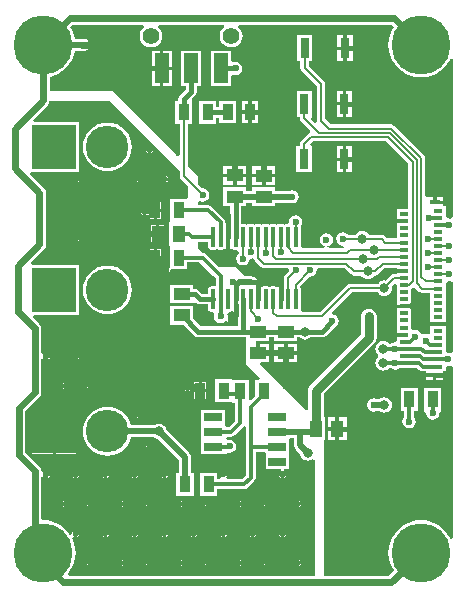
<source format=gtl>
G04 Layer_Physical_Order=1*
G04 Layer_Color=255*
%FSLAX24Y24*%
%MOIN*%
G70*
G01*
G75*
%ADD10R,0.0374X0.0157*%
%ADD11R,0.0315X0.0118*%
%ADD12R,0.0256X0.0118*%
%ADD13R,0.0472X0.0984*%
%ADD14R,0.0374X0.0571*%
%ADD15R,0.0433X0.0571*%
%ADD16R,0.0571X0.0433*%
G04:AMPARAMS|DCode=17|XSize=64.6mil|YSize=16.1mil|CornerRadius=2mil|HoleSize=0mil|Usage=FLASHONLY|Rotation=90.000|XOffset=0mil|YOffset=0mil|HoleType=Round|Shape=RoundedRectangle|*
%AMROUNDEDRECTD17*
21,1,0.0646,0.0121,0,0,90.0*
21,1,0.0605,0.0161,0,0,90.0*
1,1,0.0040,0.0061,0.0303*
1,1,0.0040,0.0061,-0.0303*
1,1,0.0040,-0.0061,-0.0303*
1,1,0.0040,-0.0061,0.0303*
%
%ADD17ROUNDEDRECTD17*%
%ADD18R,0.0600X0.0256*%
%ADD19R,0.0315X0.0669*%
%ADD20O,0.0394X0.0197*%
%ADD21R,0.0354X0.0551*%
%ADD22C,0.0315*%
%ADD23C,0.0118*%
%ADD24C,0.0079*%
%ADD25C,0.0197*%
%ADD26C,0.0157*%
%ADD27C,0.0315*%
%ADD28C,0.0236*%
%ADD29C,0.1417*%
%ADD30R,0.1482X0.1482*%
%ADD31C,0.0551*%
%ADD32C,0.1968*%
%ADD33C,0.0236*%
G36*
X12987Y10633D02*
X13213D01*
Y10515D01*
X12987D01*
Y10479D01*
X12897D01*
X12843Y10468D01*
X12798Y10438D01*
X12612Y10251D01*
X12559Y10258D01*
X12492Y10249D01*
X12430Y10224D01*
X12377Y10183D01*
X12344Y10140D01*
X11417D01*
X11364Y10130D01*
X11318Y10099D01*
X10414Y9196D01*
X9804D01*
X9768Y9274D01*
X9776Y9286D01*
X9785Y9332D01*
Y9938D01*
X9776Y9984D01*
X9749Y10023D01*
X9781Y10094D01*
X10060Y10373D01*
X10079Y10370D01*
X10163Y10387D01*
X10235Y10434D01*
X10283Y10506D01*
X10300Y10591D01*
X10296Y10609D01*
X10346Y10670D01*
X11241D01*
X11456Y10455D01*
X11501Y10425D01*
X11555Y10414D01*
X11793D01*
X11825Y10372D01*
X11879Y10331D01*
X11941Y10305D01*
X12008Y10297D01*
X12075Y10305D01*
X12137Y10331D01*
X12190Y10372D01*
X12223Y10414D01*
X12248D01*
X12301Y10425D01*
X12347Y10455D01*
X12562Y10670D01*
X12987D01*
Y10633D01*
D02*
G37*
G36*
X14840Y10201D02*
Y7862D01*
X14784Y7832D01*
X14761Y7827D01*
X14685Y7842D01*
X14662Y7838D01*
X14602Y7888D01*
Y8252D01*
X14602D01*
Y8409D01*
X14602D01*
Y8724D01*
X14602D01*
Y8744D01*
X14346D01*
X14090D01*
Y8645D01*
X14090D01*
Y8502D01*
X14051Y8468D01*
X14011Y8455D01*
X13937Y8469D01*
X13870Y8456D01*
X13787Y8470D01*
X13739Y8542D01*
X13667Y8590D01*
X13583Y8607D01*
X13519Y8594D01*
X13509Y8595D01*
X13461Y8625D01*
X13440Y8645D01*
Y9236D01*
Y9334D01*
X13213D01*
X12987D01*
Y9000D01*
Y8527D01*
Y8507D01*
X13213D01*
Y8389D01*
X12987D01*
Y8244D01*
X12926Y8194D01*
X12913Y8197D01*
X12829Y8180D01*
X12764Y8137D01*
X12719D01*
X12702Y8159D01*
X12649Y8200D01*
X12586Y8225D01*
X12520Y8234D01*
X12453Y8225D01*
X12391Y8200D01*
X12337Y8159D01*
X12296Y8105D01*
X12270Y8043D01*
X12262Y7976D01*
X12270Y7909D01*
X12296Y7847D01*
X12337Y7793D01*
X12342Y7789D01*
Y7690D01*
X12337Y7686D01*
X12296Y7633D01*
X12270Y7570D01*
X12262Y7504D01*
X12270Y7437D01*
X12296Y7374D01*
X12337Y7321D01*
X12391Y7280D01*
X12453Y7254D01*
X12520Y7245D01*
X12586Y7254D01*
X12649Y7280D01*
X12702Y7321D01*
X12719Y7343D01*
X12780D01*
X12845Y7300D01*
X12930Y7283D01*
X13014Y7300D01*
X13079Y7343D01*
X13658D01*
X13729Y7272D01*
X13729Y7272D01*
X13781Y7237D01*
X13843Y7225D01*
X13952D01*
Y7169D01*
X14237D01*
X14523D01*
Y7228D01*
X14602D01*
Y7355D01*
X14662Y7405D01*
X14685Y7401D01*
X14761Y7416D01*
X14784Y7412D01*
X14840Y7381D01*
Y1655D01*
X14761Y1640D01*
X14747Y1674D01*
X14658Y1819D01*
X14547Y1949D01*
X14418Y2060D01*
X14273Y2149D01*
X14115Y2214D01*
X13949Y2254D01*
X13780Y2267D01*
X13610Y2254D01*
X13444Y2214D01*
X13286Y2149D01*
X13141Y2060D01*
X13012Y1949D01*
X12901Y1819D01*
X12812Y1674D01*
X12747Y1517D01*
X12707Y1351D01*
X12694Y1181D01*
X12707Y1011D01*
X12747Y846D01*
X12812Y688D01*
X12874Y587D01*
X12704Y418D01*
X10551D01*
Y4922D01*
X10592D01*
Y5690D01*
X10535D01*
Y6470D01*
X12230Y8164D01*
X12271Y8217D01*
X12297Y8280D01*
X12305Y8346D01*
Y9055D01*
X12297Y9122D01*
X12271Y9184D01*
X12230Y9238D01*
X12176Y9279D01*
X12114Y9304D01*
X12047Y9313D01*
X11980Y9304D01*
X11918Y9279D01*
X11865Y9238D01*
X11824Y9184D01*
X11798Y9122D01*
X11789Y9055D01*
Y8453D01*
X10095Y6759D01*
X10054Y6706D01*
X10028Y6643D01*
X10019Y6576D01*
Y5950D01*
X9946Y5920D01*
X8419Y7447D01*
X8449Y7520D01*
X8730D01*
Y7776D01*
X8346D01*
Y7835D01*
X8287D01*
Y8150D01*
X8268D01*
Y8228D01*
X8730D01*
Y8363D01*
X8891D01*
Y8228D01*
X9659D01*
Y8363D01*
X9737D01*
X9739Y8361D01*
X9792Y8320D01*
X9854Y8294D01*
X9921Y8285D01*
X9988Y8294D01*
X10050Y8320D01*
X10104Y8361D01*
X10105Y8363D01*
X10472D01*
X10542Y8376D01*
X10600Y8416D01*
X10870Y8685D01*
X10911Y8694D01*
X10983Y8742D01*
X11031Y8813D01*
X11048Y8898D01*
X11031Y8982D01*
X10983Y9054D01*
X10911Y9102D01*
X10843Y9115D01*
X10818Y9161D01*
X10812Y9196D01*
X11476Y9860D01*
X12344D01*
X12377Y9817D01*
X12430Y9776D01*
X12492Y9751D01*
X12559Y9742D01*
X12626Y9751D01*
X12688Y9776D01*
X12742Y9817D01*
X12783Y9871D01*
X12808Y9933D01*
X12817Y10000D01*
X12810Y10053D01*
X12908Y10151D01*
X12987Y10118D01*
Y9944D01*
Y9472D01*
Y9452D01*
X13213D01*
X13440D01*
Y9708D01*
Y9953D01*
X13506Y10013D01*
X13587Y10010D01*
X13712Y9885D01*
X13758Y9854D01*
X13812Y9843D01*
X14090D01*
Y9669D01*
X14090D01*
Y9354D01*
X14090D01*
Y9196D01*
X14090D01*
Y8881D01*
Y8862D01*
X14346D01*
X14602D01*
Y9118D01*
X14602D01*
Y9433D01*
X14602D01*
Y9590D01*
X14602D01*
Y9826D01*
Y10141D01*
X14638Y10205D01*
X14680Y10240D01*
X14701Y10236D01*
X14761Y10248D01*
X14840Y10201D01*
D02*
G37*
G36*
X5739Y13907D02*
Y13727D01*
X5749Y13673D01*
X5780Y13628D01*
X6024Y13384D01*
Y13049D01*
X5994Y12982D01*
X5423D01*
Y12215D01*
X5394Y12203D01*
Y11435D01*
X5394D01*
X5423Y11401D01*
Y10703D01*
X5423Y10682D01*
X5402Y10667D01*
X5365Y10654D01*
D01*
X5364Y10654D01*
Y10654D01*
X5326Y10662D01*
Y10551D01*
Y10443D01*
X5361Y10466D01*
X5387Y10505D01*
X5388Y10513D01*
X5410Y10586D01*
Y10586D01*
X5410Y10586D01*
X5410Y10586D01*
X5448Y10630D01*
X5454Y10633D01*
X5478Y10633D01*
Y10633D01*
X5482Y10633D01*
X5994D01*
Y10856D01*
X6388D01*
X6850Y10394D01*
X6899D01*
X6943Y10350D01*
Y10082D01*
X6914Y10059D01*
X6793D01*
X6747Y10049D01*
X6707Y10023D01*
X6681Y9984D01*
X6672Y9938D01*
Y9816D01*
X6480D01*
X6365Y9931D01*
X6306Y9970D01*
X6237Y9984D01*
X6193D01*
Y10118D01*
X5425D01*
Y9488D01*
X6193D01*
Y9489D01*
X6266Y9519D01*
X6277Y9507D01*
X6336Y9468D01*
X6405Y9454D01*
X6672D01*
Y9332D01*
X6681Y9286D01*
X6707Y9247D01*
X6747Y9221D01*
X6793Y9211D01*
X6853D01*
X6897Y9144D01*
X6898Y9133D01*
X6883Y9055D01*
X6899Y8971D01*
X6947Y8899D01*
X7019Y8851D01*
X7103Y8834D01*
X7188Y8851D01*
X7249Y8892D01*
X7279Y8892D01*
X7296Y8889D01*
X7339Y8877D01*
X7356Y8852D01*
X7391Y8828D01*
Y8937D01*
Y9050D01*
X7342Y9077D01*
X7327Y9144D01*
X7378Y9211D01*
X7414D01*
X7460Y9221D01*
X7491Y9241D01*
X7673Y9059D01*
Y8724D01*
X6435D01*
X6193Y8966D01*
Y9409D01*
X5425D01*
Y8780D01*
X5869D01*
X6232Y8416D01*
X6291Y8376D01*
X6360Y8363D01*
X7953D01*
Y7480D01*
X8420Y7013D01*
X8390Y6940D01*
X8257D01*
Y6397D01*
X8113Y6253D01*
X8040Y6284D01*
Y6940D01*
X7490D01*
Y6959D01*
X6919D01*
Y6191D01*
X7469D01*
Y6172D01*
X7594D01*
Y5572D01*
X7396Y5374D01*
X7315D01*
X7262Y5427D01*
X7262Y5484D01*
X7262Y5516D01*
Y5937D01*
X6465D01*
Y5516D01*
X6465Y5437D01*
X6465Y5406D01*
Y5016D01*
X6465Y4937D01*
X6465Y4906D01*
Y4484D01*
X7262D01*
X7262Y4484D01*
X7341Y4516D01*
X7402Y4504D01*
X7486Y4520D01*
X7558Y4568D01*
X7606Y4640D01*
X7622Y4724D01*
X7606Y4809D01*
X7558Y4881D01*
X7486Y4928D01*
X7402Y4945D01*
X7341Y4933D01*
X7339Y4933D01*
X7285Y5003D01*
X7288Y5012D01*
X7327Y5050D01*
X7460D01*
X7460Y5050D01*
X7521Y5062D01*
X7573Y5097D01*
X7868Y5392D01*
X7868Y5392D01*
X7871Y5396D01*
X7950Y5372D01*
Y4724D01*
X7950Y4724D01*
X7950Y4724D01*
Y3749D01*
X7826Y3625D01*
X7302D01*
X7278Y3704D01*
X7284Y3708D01*
X7307Y3743D01*
X7090D01*
X7113Y3708D01*
X7119Y3704D01*
X7095Y3625D01*
X6987D01*
Y3848D01*
X6416D01*
Y3081D01*
X6987D01*
Y3304D01*
X7893D01*
X7893Y3304D01*
X7954Y3316D01*
X8006Y3351D01*
X8224Y3569D01*
X8224Y3569D01*
X8259Y3621D01*
X8271Y3682D01*
X8271Y3682D01*
Y4550D01*
X8545D01*
X8601Y4494D01*
X8601Y4437D01*
X8601Y4406D01*
Y3984D01*
X9120D01*
X9128Y3906D01*
X9121Y3904D01*
X9082Y3878D01*
X9058Y3843D01*
X9276D01*
X9252Y3878D01*
X9213Y3904D01*
X9206Y3906D01*
X9214Y3984D01*
X9398D01*
Y4406D01*
X9398Y4484D01*
X9398Y4516D01*
Y4937D01*
X9398Y4937D01*
X9412Y5010D01*
X9563D01*
Y4753D01*
X9578Y4676D01*
X9622Y4611D01*
X9756Y4477D01*
X9761Y4439D01*
X9787Y4377D01*
X9828Y4324D01*
X9882Y4283D01*
X9944Y4257D01*
X10011Y4248D01*
X10077Y4257D01*
X10140Y4283D01*
X10156Y4295D01*
X10235Y4256D01*
Y418D01*
X2047D01*
X2014Y489D01*
X2060Y543D01*
X2149Y688D01*
X2214Y846D01*
X2254Y1011D01*
X2267Y1181D01*
X2254Y1351D01*
X2214Y1517D01*
X2149Y1674D01*
X2208Y1729D01*
X2227Y1716D01*
Y1824D01*
Y1933D01*
X2192Y1910D01*
X2166Y1870D01*
X2157Y1824D01*
X2160Y1806D01*
X2086Y1777D01*
X2060Y1819D01*
X1949Y1949D01*
X1819Y2060D01*
X1674Y2149D01*
X1517Y2214D01*
X1351Y2254D01*
X1181Y2267D01*
X1126Y2318D01*
Y3688D01*
X1205Y3712D01*
X1208Y3708D01*
X1243Y3684D01*
Y3793D01*
Y3902D01*
X1208Y3878D01*
X1205Y3874D01*
X1126Y3898D01*
Y3916D01*
X1109Y4001D01*
X1062Y4073D01*
X598Y4536D01*
Y5916D01*
X1062Y6379D01*
X1109Y6451D01*
X1126Y6535D01*
Y7625D01*
X1205Y7649D01*
X1208Y7645D01*
X1243Y7621D01*
Y7730D01*
Y7839D01*
X1208Y7815D01*
X1205Y7811D01*
X1126Y7835D01*
Y8654D01*
X1109Y8739D01*
X1062Y8810D01*
X843Y9029D01*
X873Y9102D01*
X2396D01*
Y10781D01*
X811D01*
X778Y10860D01*
X1219Y11301D01*
X1267Y11372D01*
X1284Y11457D01*
Y13179D01*
X1267Y13263D01*
X1219Y13335D01*
X766Y13788D01*
X799Y13867D01*
X2396D01*
Y15546D01*
X882D01*
X852Y15619D01*
X1337Y16104D01*
X1385Y16175D01*
X1394Y16220D01*
X3425D01*
X5739Y13907D01*
D02*
G37*
G36*
X12874Y18704D02*
X12812Y18603D01*
X12747Y18446D01*
X12707Y18280D01*
X12694Y18110D01*
X12707Y17940D01*
X12747Y17775D01*
X12812Y17617D01*
X12901Y17472D01*
X13012Y17342D01*
X13141Y17232D01*
X13286Y17143D01*
X13444Y17077D01*
X13610Y17038D01*
X13780Y17024D01*
X13949Y17038D01*
X14115Y17077D01*
X14273Y17143D01*
X14418Y17232D01*
X14547Y17342D01*
X14658Y17472D01*
X14747Y17617D01*
X14761Y17652D01*
X14840Y17636D01*
Y12365D01*
X14761Y12319D01*
X14701Y12331D01*
X14680Y12326D01*
X14602Y12391D01*
Y12740D01*
X14523D01*
Y12799D01*
X14237D01*
Y12858D01*
X14178D01*
Y13035D01*
X13952D01*
X13920Y13101D01*
Y14327D01*
X13909Y14381D01*
X13879Y14426D01*
X12891Y15414D01*
X12845Y15445D01*
X12791Y15455D01*
X10767D01*
X10593Y15629D01*
Y16791D01*
X10583Y16845D01*
X10552Y16891D01*
X10046Y17397D01*
Y17559D01*
X10162D01*
Y18425D01*
X9650D01*
Y17559D01*
X9765D01*
Y17338D01*
X9776Y17285D01*
X9806Y17239D01*
X10312Y16733D01*
Y15571D01*
X10318Y15544D01*
X10245Y15505D01*
X10109Y15641D01*
X10139Y15713D01*
X10147D01*
Y16579D01*
X9635D01*
Y15713D01*
X9751D01*
Y15660D01*
X9762Y15606D01*
X9792Y15560D01*
X10097Y15256D01*
X10071Y15170D01*
X10064Y15169D01*
X10019Y15139D01*
X9789Y14909D01*
X9759Y14864D01*
X9748Y14810D01*
Y14724D01*
X9633D01*
Y13858D01*
X10145D01*
Y14724D01*
X10113D01*
X10081Y14803D01*
X10176Y14899D01*
X12619D01*
X13363Y14154D01*
Y12622D01*
X12987D01*
Y12307D01*
Y12287D01*
X13213D01*
Y12169D01*
X12987D01*
Y12070D01*
Y11660D01*
X12650D01*
X12573Y11737D01*
X12528Y11767D01*
X12474Y11778D01*
X12042D01*
X12010Y11820D01*
X11957Y11861D01*
X11894Y11887D01*
X11828Y11896D01*
X11761Y11887D01*
X11699Y11861D01*
X11645Y11820D01*
X11613Y11778D01*
X11348D01*
X11337Y11794D01*
X11266Y11841D01*
X11181Y11858D01*
X11097Y11841D01*
X11025Y11794D01*
X10977Y11722D01*
X10960Y11637D01*
X10977Y11553D01*
X11025Y11481D01*
X11097Y11433D01*
X11181Y11417D01*
X11222Y11344D01*
X11206Y11322D01*
X10735D01*
X10669Y11353D01*
X10665Y11400D01*
X10671Y11401D01*
X10714Y11410D01*
X10786Y11458D01*
X10834Y11530D01*
X10851Y11614D01*
X10834Y11699D01*
X10786Y11770D01*
X10714Y11818D01*
X10630Y11835D01*
X10545Y11818D01*
X10474Y11770D01*
X10426Y11699D01*
X10409Y11614D01*
X10426Y11530D01*
X10474Y11458D01*
X10545Y11410D01*
X10589Y11401D01*
X10595Y11400D01*
X10590Y11353D01*
X10525Y11322D01*
X9842D01*
X9833Y11327D01*
X9783Y11400D01*
X9785Y11407D01*
Y12013D01*
X9776Y12059D01*
X9771Y12066D01*
X9807Y12120D01*
X9824Y12205D01*
X9807Y12289D01*
X9759Y12361D01*
X9688Y12409D01*
X9603Y12426D01*
X9519Y12409D01*
X9447Y12361D01*
X9399Y12289D01*
X9383Y12205D01*
X9385Y12194D01*
X9335Y12133D01*
X9293D01*
X9247Y12124D01*
X9228Y12112D01*
X9210Y12124D01*
X9164Y12133D01*
X9043D01*
X8997Y12124D01*
X8978Y12112D01*
X8960Y12124D01*
X8914Y12133D01*
X8793D01*
X8747Y12124D01*
X8728Y12112D01*
X8710Y12124D01*
X8664Y12133D01*
X8543D01*
X8497Y12124D01*
X8478Y12112D01*
X8460Y12124D01*
X8414Y12133D01*
X8293D01*
X8247Y12124D01*
X8228Y12112D01*
X8210Y12124D01*
X8164Y12133D01*
X8043D01*
X7997Y12124D01*
X7978Y12112D01*
X7960Y12124D01*
X7914Y12133D01*
X7793D01*
X7784Y12141D01*
Y12732D01*
X7962D01*
Y12846D01*
X8157D01*
Y12727D01*
X8925D01*
Y12841D01*
X9394D01*
X9399Y12838D01*
X9483Y12821D01*
X9568Y12838D01*
X9639Y12886D01*
X9687Y12958D01*
X9704Y13042D01*
X9687Y13127D01*
X9639Y13198D01*
X9568Y13246D01*
X9483Y13263D01*
X9399Y13246D01*
X9394Y13243D01*
X8925D01*
Y13357D01*
X8157D01*
Y13248D01*
X7962D01*
Y13362D01*
X7195D01*
Y12732D01*
X7423D01*
Y12141D01*
X7414Y12133D01*
X7412D01*
Y11710D01*
Y11286D01*
X7414D01*
X7460Y11295D01*
X7478Y11308D01*
X7497Y11295D01*
X7543Y11286D01*
X7664D01*
X7713Y11216D01*
Y11140D01*
X7697Y11130D01*
X7649Y11058D01*
X7633Y10973D01*
X7649Y10889D01*
X7697Y10817D01*
X7769Y10769D01*
X7853Y10753D01*
X7938Y10769D01*
X8009Y10817D01*
X8057Y10889D01*
X8074Y10973D01*
X8098Y10977D01*
X8103Y10976D01*
X8188Y10993D01*
X8242Y10935D01*
X8254Y10917D01*
X8460Y10711D01*
X8506Y10681D01*
X8559Y10670D01*
X9339D01*
X9389Y10609D01*
X9385Y10591D01*
X9389Y10572D01*
X9254Y10437D01*
X9224Y10391D01*
X9213Y10338D01*
Y10129D01*
X9164Y10059D01*
X9162D01*
Y9635D01*
X9044D01*
Y10059D01*
X9043D01*
X8997Y10049D01*
X8978Y10037D01*
X8960Y10049D01*
X8914Y10059D01*
X8793D01*
X8747Y10049D01*
X8728Y10037D01*
X8710Y10049D01*
X8664Y10059D01*
X8543D01*
X8497Y10049D01*
X8478Y10037D01*
X8460Y10049D01*
X8414Y10059D01*
X8369D01*
X8350Y10081D01*
X8319Y10137D01*
X8331Y10197D01*
X8315Y10274D01*
X8272Y10339D01*
X8207Y10382D01*
X8130Y10398D01*
X7933D01*
X7922Y10395D01*
X7912Y10398D01*
X7910D01*
X7598Y10709D01*
X7038D01*
X6616Y11130D01*
X6564Y11165D01*
X6503Y11177D01*
X6503Y11177D01*
X6500D01*
X6339Y11339D01*
Y11549D01*
X6672D01*
Y11407D01*
X6681Y11361D01*
X6707Y11322D01*
X6747Y11295D01*
X6793Y11286D01*
X6914D01*
X6960Y11295D01*
X6978Y11308D01*
X6997Y11295D01*
X7043Y11286D01*
X7164D01*
X7210Y11295D01*
X7228Y11308D01*
X7247Y11295D01*
X7293Y11286D01*
X7294D01*
Y11710D01*
Y12156D01*
X7273Y12178D01*
X7260Y12207D01*
X7252Y12249D01*
X7217Y12302D01*
X7217Y12302D01*
X6806Y12712D01*
X6754Y12747D01*
X6693Y12759D01*
X6693Y12759D01*
X6339D01*
Y12858D01*
X6417Y12900D01*
X6418Y12899D01*
X6503Y12883D01*
X6587Y12899D01*
X6659Y12947D01*
X6707Y13019D01*
X6724Y13103D01*
X6707Y13188D01*
X6659Y13259D01*
X6587Y13307D01*
X6503Y13324D01*
X6485Y13320D01*
X6339Y13466D01*
Y13740D01*
X6020Y14059D01*
Y15472D01*
X6165D01*
Y16240D01*
X6165D01*
X6135Y16312D01*
X6247Y16424D01*
X6286Y16483D01*
X6300Y16552D01*
Y16732D01*
X6454D01*
Y17913D01*
X5784D01*
Y16732D01*
X5938D01*
Y16627D01*
X5751Y16440D01*
X5712Y16381D01*
X5699Y16312D01*
Y16240D01*
X5594D01*
Y15472D01*
X5739D01*
Y14443D01*
X5666Y14413D01*
X3504Y16575D01*
X1402D01*
Y17050D01*
X1517Y17077D01*
X1674Y17143D01*
X1819Y17232D01*
X1949Y17342D01*
X2060Y17472D01*
X2149Y17617D01*
X2214Y17775D01*
X2246Y17910D01*
X2370D01*
X2380Y17912D01*
X2391Y17910D01*
X2588D01*
X2665Y17925D01*
X2730Y17968D01*
X2773Y18033D01*
X2788Y18110D01*
X2773Y18187D01*
X2730Y18252D01*
X2665Y18296D01*
X2588Y18311D01*
X2391D01*
X2380Y18309D01*
X2370Y18311D01*
X2246D01*
X2214Y18446D01*
X2149Y18603D01*
X2087Y18704D01*
X2162Y18779D01*
X4523D01*
X4550Y18700D01*
X4514Y18672D01*
X4454Y18594D01*
X4416Y18503D01*
X4403Y18406D01*
X4416Y18308D01*
X4454Y18217D01*
X4514Y18139D01*
X4592Y18079D01*
X4683Y18041D01*
X4780Y18028D01*
X4878Y18041D01*
X4969Y18079D01*
X5047Y18139D01*
X5107Y18217D01*
X5145Y18308D01*
X5158Y18406D01*
X5145Y18503D01*
X5107Y18594D01*
X5047Y18672D01*
X5011Y18700D01*
X5038Y18779D01*
X7200D01*
X7227Y18700D01*
X7191Y18672D01*
X7131Y18594D01*
X7093Y18503D01*
X7080Y18406D01*
X7093Y18308D01*
X7131Y18217D01*
X7191Y18139D01*
X7269Y18079D01*
X7360Y18041D01*
X7457Y18028D01*
X7555Y18041D01*
X7646Y18079D01*
X7724Y18139D01*
X7784Y18217D01*
X7822Y18308D01*
X7835Y18406D01*
X7822Y18503D01*
X7784Y18594D01*
X7724Y18672D01*
X7688Y18700D01*
X7715Y18779D01*
X12799D01*
X12874Y18704D01*
D02*
G37*
%LPC*%
G36*
X12559Y6360D02*
X12492Y6352D01*
X12430Y6326D01*
X12400Y6303D01*
X12294D01*
X12289Y6306D01*
X12205Y6323D01*
X12120Y6306D01*
X12049Y6258D01*
X12001Y6187D01*
X11984Y6102D01*
X12001Y6018D01*
X12049Y5946D01*
X12120Y5898D01*
X12205Y5882D01*
X12289Y5898D01*
X12294Y5902D01*
X12400D01*
X12430Y5879D01*
X12492Y5853D01*
X12559Y5844D01*
X12626Y5853D01*
X12688Y5879D01*
X12742Y5920D01*
X12783Y5973D01*
X12808Y6036D01*
X12817Y6102D01*
X12808Y6169D01*
X12783Y6231D01*
X12742Y6285D01*
X12688Y6326D01*
X12626Y6352D01*
X12559Y6360D01*
D02*
G37*
G36*
X14459Y6683D02*
X13888D01*
Y5915D01*
X13890D01*
X13954Y5837D01*
X13952Y5827D01*
X13969Y5742D01*
X14017Y5671D01*
X14089Y5623D01*
X14173Y5606D01*
X14258Y5623D01*
X14329Y5671D01*
X14377Y5742D01*
X14394Y5827D01*
X14392Y5837D01*
X14457Y5915D01*
X14459D01*
Y6683D01*
D02*
G37*
G36*
X13671D02*
X13100D01*
Y5915D01*
X13225D01*
Y5701D01*
X13182Y5636D01*
X13165Y5551D01*
X13182Y5467D01*
X13230Y5395D01*
X13301Y5347D01*
X13386Y5330D01*
X13470Y5347D01*
X13542Y5395D01*
X13590Y5467D01*
X13607Y5551D01*
X13590Y5636D01*
X13546Y5701D01*
Y5915D01*
X13671D01*
Y6683D01*
D02*
G37*
G36*
X10927Y5690D02*
X10671D01*
Y5365D01*
X10927D01*
Y5690D01*
D02*
G37*
G36*
X11301D02*
X11045D01*
Y5365D01*
X11301D01*
Y5690D01*
D02*
G37*
G36*
X10927Y5247D02*
X10671D01*
Y4922D01*
X10927D01*
Y5247D01*
D02*
G37*
G36*
X11301D02*
X11045D01*
Y4922D01*
X11301D01*
Y5247D01*
D02*
G37*
G36*
X8730Y8150D02*
X8406D01*
Y7894D01*
X8730D01*
Y8150D01*
D02*
G37*
G36*
X9216D02*
X8891D01*
Y7894D01*
X9216D01*
Y8150D01*
D02*
G37*
G36*
X9659D02*
X9334D01*
Y7894D01*
X9659D01*
Y8150D01*
D02*
G37*
G36*
X14178Y7051D02*
X13952D01*
Y6933D01*
X14178D01*
Y7051D01*
D02*
G37*
G36*
X14523D02*
X14296D01*
Y6933D01*
X14523D01*
Y7051D01*
D02*
G37*
G36*
X9216Y7776D02*
X8891D01*
Y7520D01*
X9216D01*
Y7776D01*
D02*
G37*
G36*
X9659D02*
X9334D01*
Y7520D01*
X9659D01*
Y7776D01*
D02*
G37*
G36*
X2719Y2917D02*
X2684Y2894D01*
X2661Y2859D01*
X2719D01*
Y2917D01*
D02*
G37*
G36*
X3704D02*
X3668Y2894D01*
X3645Y2859D01*
X3704D01*
Y2917D01*
D02*
G37*
G36*
X2819D02*
Y2859D01*
X2878D01*
X2854Y2894D01*
X2819Y2917D01*
D02*
G37*
G36*
X9768Y2759D02*
X9709D01*
Y2700D01*
X9744Y2723D01*
X9768Y2759D01*
D02*
G37*
G36*
X9609D02*
X9550D01*
X9574Y2723D01*
X9609Y2700D01*
Y2759D01*
D02*
G37*
G36*
X1835Y2917D02*
Y2859D01*
X1894D01*
X1870Y2894D01*
X1835Y2917D01*
D02*
G37*
G36*
X1735D02*
X1700Y2894D01*
X1676Y2859D01*
X1735D01*
Y2917D01*
D02*
G37*
G36*
X4788D02*
Y2859D01*
X4846D01*
X4823Y2894D01*
X4788Y2917D01*
D02*
G37*
G36*
X5672D02*
X5637Y2894D01*
X5613Y2859D01*
X5672D01*
Y2917D01*
D02*
G37*
G36*
X5772D02*
Y2859D01*
X5831D01*
X5807Y2894D01*
X5772Y2917D01*
D02*
G37*
G36*
X4688D02*
X4653Y2894D01*
X4629Y2859D01*
X4688D01*
Y2917D01*
D02*
G37*
G36*
X6756D02*
Y2859D01*
X6815D01*
X6791Y2894D01*
X6756Y2917D01*
D02*
G37*
G36*
X6656D02*
X6621Y2894D01*
X6598Y2859D01*
X6656D01*
Y2917D01*
D02*
G37*
G36*
X3804D02*
Y2859D01*
X3862D01*
X3839Y2894D01*
X3804Y2917D01*
D02*
G37*
G36*
X4688Y2759D02*
X4629D01*
X4653Y2723D01*
X4688Y2700D01*
Y2759D01*
D02*
G37*
G36*
X4846D02*
X4788D01*
Y2700D01*
X4823Y2723D01*
X4846Y2759D01*
D02*
G37*
G36*
X5672D02*
X5613D01*
X5637Y2723D01*
X5672Y2700D01*
Y2759D01*
D02*
G37*
G36*
X3862D02*
X3804D01*
Y2700D01*
X3839Y2723D01*
X3862Y2759D01*
D02*
G37*
G36*
X2719D02*
X2661D01*
X2684Y2723D01*
X2719Y2700D01*
Y2759D01*
D02*
G37*
G36*
X2878D02*
X2819D01*
Y2700D01*
X2854Y2723D01*
X2878Y2759D01*
D02*
G37*
G36*
X3704D02*
X3645D01*
X3668Y2723D01*
X3704Y2700D01*
Y2759D01*
D02*
G37*
G36*
X7799D02*
X7741D01*
Y2700D01*
X7776Y2723D01*
X7799Y2759D01*
D02*
G37*
G36*
X8625D02*
X8566D01*
X8590Y2723D01*
X8625Y2700D01*
Y2759D01*
D02*
G37*
G36*
X8783D02*
X8725D01*
Y2700D01*
X8760Y2723D01*
X8783Y2759D01*
D02*
G37*
G36*
X7641D02*
X7582D01*
X7605Y2723D01*
X7641Y2700D01*
Y2759D01*
D02*
G37*
G36*
X5831D02*
X5772D01*
Y2700D01*
X5807Y2723D01*
X5831Y2759D01*
D02*
G37*
G36*
X6656D02*
X6598D01*
X6621Y2723D01*
X6656Y2700D01*
Y2759D01*
D02*
G37*
G36*
X6815D02*
X6756D01*
Y2700D01*
X6791Y2723D01*
X6815Y2759D01*
D02*
G37*
G36*
X7641Y2917D02*
X7605Y2894D01*
X7582Y2859D01*
X7641D01*
Y2917D01*
D02*
G37*
G36*
X3211Y3902D02*
X3176Y3878D01*
X3153Y3843D01*
X3211D01*
Y3902D01*
D02*
G37*
G36*
X3311D02*
Y3843D01*
X3370D01*
X3347Y3878D01*
X3311Y3902D01*
D02*
G37*
G36*
X4196D02*
X4161Y3878D01*
X4137Y3843D01*
X4196D01*
Y3902D01*
D02*
G37*
G36*
X2327D02*
Y3843D01*
X2386D01*
X2362Y3878D01*
X2327Y3902D01*
D02*
G37*
G36*
X9276Y3743D02*
X9217D01*
Y3684D01*
X9252Y3708D01*
X9276Y3743D01*
D02*
G37*
G36*
X1343Y3902D02*
Y3843D01*
X1402D01*
X1378Y3878D01*
X1343Y3902D01*
D02*
G37*
G36*
X2227D02*
X2192Y3878D01*
X2169Y3843D01*
X2227D01*
Y3902D01*
D02*
G37*
G36*
X4296D02*
Y3843D01*
X4354D01*
X4331Y3878D01*
X4296Y3902D01*
D02*
G37*
G36*
X6814Y4161D02*
X6564D01*
Y4083D01*
X6814D01*
Y4161D01*
D02*
G37*
G36*
X7164Y4339D02*
X6914D01*
Y4211D01*
Y4083D01*
X7164D01*
Y4119D01*
X7243Y4143D01*
X7254Y4125D01*
X7289Y4102D01*
Y4211D01*
Y4319D01*
X7254Y4296D01*
X7243Y4278D01*
X7164Y4302D01*
Y4339D01*
D02*
G37*
G36*
X7448Y4161D02*
X7389D01*
Y4102D01*
X7425Y4125D01*
X7448Y4161D01*
D02*
G37*
G36*
X7248Y3902D02*
Y3843D01*
X7307D01*
X7284Y3878D01*
X7248Y3902D01*
D02*
G37*
G36*
X5180D02*
X5145Y3878D01*
X5121Y3843D01*
X5180D01*
Y3902D01*
D02*
G37*
G36*
X5280D02*
Y3843D01*
X5339D01*
X5315Y3878D01*
X5280Y3902D01*
D02*
G37*
G36*
X7148D02*
X7113Y3878D01*
X7090Y3843D01*
X7148D01*
Y3902D01*
D02*
G37*
G36*
X9117Y3743D02*
X9058D01*
X9082Y3708D01*
X9117Y3684D01*
Y3743D01*
D02*
G37*
G36*
X9709Y2917D02*
Y2859D01*
X9768D01*
X9744Y2894D01*
X9709Y2917D01*
D02*
G37*
G36*
X3328Y6037D02*
X3170Y6022D01*
X3018Y5976D01*
X2877Y5901D01*
X2754Y5800D01*
X2654Y5677D01*
X2579Y5537D01*
X2533Y5385D01*
X2517Y5226D01*
X2533Y5068D01*
X2579Y4916D01*
X2654Y4776D01*
X2754Y4653D01*
X2877Y4552D01*
X3018Y4477D01*
X3170Y4431D01*
X3328Y4415D01*
X3486Y4431D01*
X3638Y4477D01*
X3779Y4552D01*
X3901Y4653D01*
X4002Y4776D01*
X4077Y4916D01*
X4110Y5026D01*
X4890D01*
X4920Y5003D01*
X4982Y4977D01*
X5020Y4972D01*
X5713Y4278D01*
Y3848D01*
X5629D01*
Y3081D01*
X6200D01*
Y3848D01*
X6115D01*
Y4361D01*
X6100Y4438D01*
X6056Y4503D01*
X5303Y5256D01*
X5298Y5293D01*
X5273Y5355D01*
X5232Y5409D01*
X5178Y5450D01*
X5116Y5476D01*
X5049Y5485D01*
X4982Y5476D01*
X4920Y5450D01*
X4890Y5427D01*
X4110D01*
X4077Y5537D01*
X4002Y5677D01*
X3901Y5800D01*
X3779Y5901D01*
X3638Y5976D01*
X3486Y6022D01*
X3328Y6037D01*
D02*
G37*
G36*
X1402Y3743D02*
X1343D01*
Y3684D01*
X1378Y3708D01*
X1402Y3743D01*
D02*
G37*
G36*
X9609Y2917D02*
X9574Y2894D01*
X9550Y2859D01*
X9609D01*
Y2917D01*
D02*
G37*
G36*
X7741D02*
Y2859D01*
X7799D01*
X7776Y2894D01*
X7741Y2917D01*
D02*
G37*
G36*
X8625D02*
X8590Y2894D01*
X8566Y2859D01*
X8625D01*
Y2917D01*
D02*
G37*
G36*
X8725D02*
Y2859D01*
X8783D01*
X8760Y2894D01*
X8725Y2917D01*
D02*
G37*
G36*
X2227Y3743D02*
X2169D01*
X2192Y3708D01*
X2227Y3684D01*
Y3743D01*
D02*
G37*
G36*
X4354D02*
X4296D01*
Y3684D01*
X4331Y3708D01*
X4354Y3743D01*
D02*
G37*
G36*
X5180D02*
X5121D01*
X5145Y3708D01*
X5180Y3684D01*
Y3743D01*
D02*
G37*
G36*
X5339D02*
X5280D01*
Y3684D01*
X5315Y3708D01*
X5339Y3743D01*
D02*
G37*
G36*
X4196D02*
X4137D01*
X4161Y3708D01*
X4196Y3684D01*
Y3743D01*
D02*
G37*
G36*
X2386D02*
X2327D01*
Y3684D01*
X2362Y3708D01*
X2386Y3743D01*
D02*
G37*
G36*
X3211D02*
X3153D01*
X3176Y3708D01*
X3211Y3684D01*
Y3743D01*
D02*
G37*
G36*
X3370D02*
X3311D01*
Y3684D01*
X3347Y3708D01*
X3370Y3743D01*
D02*
G37*
G36*
X1894Y2759D02*
X1835D01*
Y2700D01*
X1870Y2723D01*
X1894Y2759D01*
D02*
G37*
G36*
X4688Y949D02*
X4653Y925D01*
X4629Y890D01*
X4688D01*
Y949D01*
D02*
G37*
G36*
X4788D02*
Y890D01*
X4846D01*
X4823Y925D01*
X4788Y949D01*
D02*
G37*
G36*
X5672D02*
X5637Y925D01*
X5613Y890D01*
X5672D01*
Y949D01*
D02*
G37*
G36*
X3804D02*
Y890D01*
X3862D01*
X3839Y925D01*
X3804Y949D01*
D02*
G37*
G36*
X2719D02*
X2684Y925D01*
X2661Y890D01*
X2719D01*
Y949D01*
D02*
G37*
G36*
X2819D02*
Y890D01*
X2878D01*
X2854Y925D01*
X2819Y949D01*
D02*
G37*
G36*
X3704D02*
X3668Y925D01*
X3645Y890D01*
X3704D01*
Y949D01*
D02*
G37*
G36*
X5772D02*
Y890D01*
X5831D01*
X5807Y925D01*
X5772Y949D01*
D02*
G37*
G36*
X8625D02*
X8590Y925D01*
X8566Y890D01*
X8625D01*
Y949D01*
D02*
G37*
G36*
X8725D02*
Y890D01*
X8783D01*
X8760Y925D01*
X8725Y949D01*
D02*
G37*
G36*
X9609D02*
X9574Y925D01*
X9550Y890D01*
X9609D01*
Y949D01*
D02*
G37*
G36*
X7741D02*
Y890D01*
X7799D01*
X7776Y925D01*
X7741Y949D01*
D02*
G37*
G36*
X6656D02*
X6621Y925D01*
X6598Y890D01*
X6656D01*
Y949D01*
D02*
G37*
G36*
X6756D02*
Y890D01*
X6815D01*
X6791Y925D01*
X6756Y949D01*
D02*
G37*
G36*
X7641D02*
X7605Y925D01*
X7582Y890D01*
X7641D01*
Y949D01*
D02*
G37*
G36*
X9768Y790D02*
X9709D01*
Y731D01*
X9744Y755D01*
X9768Y790D01*
D02*
G37*
G36*
X4688D02*
X4629D01*
X4653Y755D01*
X4688Y731D01*
Y790D01*
D02*
G37*
G36*
X4846D02*
X4788D01*
Y731D01*
X4823Y755D01*
X4846Y790D01*
D02*
G37*
G36*
X5672D02*
X5613D01*
X5637Y755D01*
X5672Y731D01*
Y790D01*
D02*
G37*
G36*
X3862D02*
X3804D01*
Y731D01*
X3839Y755D01*
X3862Y790D01*
D02*
G37*
G36*
X2719D02*
X2661D01*
X2684Y755D01*
X2719Y731D01*
Y790D01*
D02*
G37*
G36*
X2878D02*
X2819D01*
Y731D01*
X2854Y755D01*
X2878Y790D01*
D02*
G37*
G36*
X3704D02*
X3645D01*
X3668Y755D01*
X3704Y731D01*
Y790D01*
D02*
G37*
G36*
X5831D02*
X5772D01*
Y731D01*
X5807Y755D01*
X5831Y790D01*
D02*
G37*
G36*
X8625D02*
X8566D01*
X8590Y755D01*
X8625Y731D01*
Y790D01*
D02*
G37*
G36*
X8783D02*
X8725D01*
Y731D01*
X8760Y755D01*
X8783Y790D01*
D02*
G37*
G36*
X9609D02*
X9550D01*
X9574Y755D01*
X9609Y731D01*
Y790D01*
D02*
G37*
G36*
X7799D02*
X7741D01*
Y731D01*
X7776Y755D01*
X7799Y790D01*
D02*
G37*
G36*
X6656D02*
X6598D01*
X6621Y755D01*
X6656Y731D01*
Y790D01*
D02*
G37*
G36*
X6815D02*
X6756D01*
Y731D01*
X6791Y755D01*
X6815Y790D01*
D02*
G37*
G36*
X7641D02*
X7582D01*
X7605Y755D01*
X7641Y731D01*
Y790D01*
D02*
G37*
G36*
X9709Y949D02*
Y890D01*
X9768D01*
X9744Y925D01*
X9709Y949D01*
D02*
G37*
G36*
X5180Y1933D02*
X5145Y1910D01*
X5121Y1874D01*
X5180D01*
Y1933D01*
D02*
G37*
G36*
X5280D02*
Y1874D01*
X5339D01*
X5315Y1910D01*
X5280Y1933D01*
D02*
G37*
G36*
X6164D02*
X6129Y1910D01*
X6106Y1874D01*
X6164D01*
Y1933D01*
D02*
G37*
G36*
X4296D02*
Y1874D01*
X4354D01*
X4331Y1910D01*
X4296Y1933D01*
D02*
G37*
G36*
X3211D02*
X3176Y1910D01*
X3153Y1874D01*
X3211D01*
Y1933D01*
D02*
G37*
G36*
X3311D02*
Y1874D01*
X3370D01*
X3347Y1910D01*
X3311Y1933D01*
D02*
G37*
G36*
X4196D02*
X4161Y1910D01*
X4137Y1874D01*
X4196D01*
Y1933D01*
D02*
G37*
G36*
X6264D02*
Y1874D01*
X6323D01*
X6299Y1910D01*
X6264Y1933D01*
D02*
G37*
G36*
X9117D02*
X9082Y1910D01*
X9058Y1874D01*
X9117D01*
Y1933D01*
D02*
G37*
G36*
X9217D02*
Y1874D01*
X9276D01*
X9252Y1910D01*
X9217Y1933D01*
D02*
G37*
G36*
X1735Y2759D02*
X1676D01*
X1700Y2723D01*
X1735Y2700D01*
Y2759D01*
D02*
G37*
G36*
X8233Y1933D02*
Y1874D01*
X8291D01*
X8268Y1910D01*
X8233Y1933D01*
D02*
G37*
G36*
X7148D02*
X7113Y1910D01*
X7090Y1874D01*
X7148D01*
Y1933D01*
D02*
G37*
G36*
X7248D02*
Y1874D01*
X7307D01*
X7284Y1910D01*
X7248Y1933D01*
D02*
G37*
G36*
X8133D02*
X8098Y1910D01*
X8074Y1874D01*
X8133D01*
Y1933D01*
D02*
G37*
G36*
X2327D02*
Y1874D01*
X2386D01*
X2362Y1910D01*
X2327Y1933D01*
D02*
G37*
G36*
X4354Y1774D02*
X4296D01*
Y1716D01*
X4331Y1739D01*
X4354Y1774D01*
D02*
G37*
G36*
X5180D02*
X5121D01*
X5145Y1739D01*
X5180Y1716D01*
Y1774D01*
D02*
G37*
G36*
X5339D02*
X5280D01*
Y1716D01*
X5315Y1739D01*
X5339Y1774D01*
D02*
G37*
G36*
X4196D02*
X4137D01*
X4161Y1739D01*
X4196Y1716D01*
Y1774D01*
D02*
G37*
G36*
X2386D02*
X2327D01*
Y1716D01*
X2362Y1739D01*
X2386Y1774D01*
D02*
G37*
G36*
X3211D02*
X3153D01*
X3176Y1739D01*
X3211Y1716D01*
Y1774D01*
D02*
G37*
G36*
X3370D02*
X3311D01*
Y1716D01*
X3347Y1739D01*
X3370Y1774D01*
D02*
G37*
G36*
X6164D02*
X6106D01*
X6129Y1739D01*
X6164Y1716D01*
Y1774D01*
D02*
G37*
G36*
X8291D02*
X8233D01*
Y1716D01*
X8268Y1739D01*
X8291Y1774D01*
D02*
G37*
G36*
X9117D02*
X9058D01*
X9082Y1739D01*
X9117Y1716D01*
Y1774D01*
D02*
G37*
G36*
X9276D02*
X9217D01*
Y1716D01*
X9252Y1739D01*
X9276Y1774D01*
D02*
G37*
G36*
X8133D02*
X8074D01*
X8098Y1739D01*
X8133Y1716D01*
Y1774D01*
D02*
G37*
G36*
X6323D02*
X6264D01*
Y1716D01*
X6299Y1739D01*
X6323Y1774D01*
D02*
G37*
G36*
X7148D02*
X7090D01*
X7113Y1739D01*
X7148Y1716D01*
Y1774D01*
D02*
G37*
G36*
X7307D02*
X7248D01*
Y1716D01*
X7284Y1739D01*
X7307Y1774D01*
D02*
G37*
G36*
X2386Y13585D02*
X2327D01*
Y13527D01*
X2362Y13550D01*
X2386Y13585D01*
D02*
G37*
G36*
X4196D02*
X4137D01*
X4161Y13550D01*
X4196Y13527D01*
Y13585D01*
D02*
G37*
G36*
X4354D02*
X4296D01*
Y13527D01*
X4331Y13550D01*
X4354Y13585D01*
D02*
G37*
G36*
X2227D02*
X2169D01*
X2192Y13550D01*
X2227Y13527D01*
Y13585D01*
D02*
G37*
G36*
X5180D02*
X5121D01*
X5145Y13550D01*
X5180Y13527D01*
Y13585D01*
D02*
G37*
G36*
X4296Y13744D02*
Y13685D01*
X4354D01*
X4331Y13721D01*
X4296Y13744D01*
D02*
G37*
G36*
X5180D02*
X5145Y13721D01*
X5121Y13685D01*
X5180D01*
Y13744D01*
D02*
G37*
G36*
X5280D02*
Y13685D01*
X5339D01*
X5315Y13721D01*
X5280Y13744D01*
D02*
G37*
G36*
X4196D02*
X4161Y13721D01*
X4137Y13685D01*
X4196D01*
Y13744D01*
D02*
G37*
G36*
X5339Y13585D02*
X5280D01*
Y13527D01*
X5315Y13550D01*
X5339Y13585D01*
D02*
G37*
G36*
X2227Y13744D02*
X2192Y13721D01*
X2169Y13685D01*
X2227D01*
Y13744D01*
D02*
G37*
G36*
X2327D02*
Y13685D01*
X2386D01*
X2362Y13721D01*
X2327Y13744D01*
D02*
G37*
G36*
Y11776D02*
Y11717D01*
X2386D01*
X2362Y11752D01*
X2327Y11776D01*
D02*
G37*
G36*
X4950Y12104D02*
X4783D01*
Y11869D01*
X4950D01*
Y12104D01*
D02*
G37*
G36*
X5217D02*
X5050D01*
Y11869D01*
X5217D01*
Y12104D01*
D02*
G37*
G36*
X2227Y11776D02*
X2192Y11752D01*
X2169Y11717D01*
X2227D01*
Y11776D01*
D02*
G37*
G36*
X2386Y11617D02*
X2327D01*
Y11558D01*
X2362Y11582D01*
X2386Y11617D01*
D02*
G37*
G36*
X4513Y11769D02*
X4454D01*
X4478Y11734D01*
X4513Y11710D01*
Y11769D01*
D02*
G37*
G36*
X4672D02*
X4613D01*
Y11710D01*
X4648Y11734D01*
X4672Y11769D01*
D02*
G37*
G36*
X4513Y11927D02*
X4478Y11904D01*
X4454Y11869D01*
X4513D01*
Y11927D01*
D02*
G37*
G36*
X4871Y12884D02*
X4734D01*
Y12660D01*
X4656Y12636D01*
X4652Y12641D01*
X4617Y12665D01*
Y12556D01*
Y12448D01*
X4652Y12471D01*
X4656Y12476D01*
X4734Y12452D01*
Y12313D01*
X4871D01*
Y12598D01*
Y12884D01*
D02*
G37*
G36*
X5108D02*
X4971D01*
Y12648D01*
X5108D01*
Y12884D01*
D02*
G37*
G36*
X4517Y12665D02*
X4482Y12641D01*
X4458Y12606D01*
X4517D01*
Y12665D01*
D02*
G37*
G36*
X4613Y11927D02*
Y11869D01*
X4672D01*
X4648Y11904D01*
X4613Y11927D01*
D02*
G37*
G36*
X5108Y12548D02*
X4971D01*
Y12313D01*
X5108D01*
Y12548D01*
D02*
G37*
G36*
X4517Y12506D02*
X4458D01*
X4482Y12471D01*
X4517Y12448D01*
Y12506D01*
D02*
G37*
G36*
X3328Y15517D02*
X3170Y15502D01*
X3018Y15456D01*
X2877Y15381D01*
X2754Y15280D01*
X2654Y15157D01*
X2579Y15017D01*
X2533Y14865D01*
X2517Y14706D01*
X2533Y14548D01*
X2579Y14396D01*
X2654Y14256D01*
X2754Y14133D01*
X2877Y14032D01*
X3018Y13957D01*
X3170Y13911D01*
X3328Y13895D01*
X3486Y13911D01*
X3638Y13957D01*
X3779Y14032D01*
X3901Y14133D01*
X4002Y14256D01*
X4077Y14396D01*
X4123Y14548D01*
X4139Y14706D01*
X4123Y14865D01*
X4077Y15017D01*
X4002Y15157D01*
X3901Y15280D01*
X3779Y15381D01*
X3638Y15456D01*
X3486Y15502D01*
X3328Y15517D01*
D02*
G37*
G36*
X4788Y14728D02*
Y14670D01*
X4846D01*
X4823Y14705D01*
X4788Y14728D01*
D02*
G37*
G36*
X4688D02*
X4653Y14705D01*
X4629Y14670D01*
X4688D01*
Y14728D01*
D02*
G37*
G36*
Y14570D02*
X4629D01*
X4653Y14534D01*
X4688Y14511D01*
Y14570D01*
D02*
G37*
G36*
X4846D02*
X4788D01*
Y14511D01*
X4823Y14534D01*
X4846Y14570D01*
D02*
G37*
G36*
X6367Y6525D02*
X6230D01*
Y6289D01*
X6367D01*
Y6525D01*
D02*
G37*
G36*
X6604D02*
X6467D01*
Y6289D01*
X6604D01*
Y6525D01*
D02*
G37*
G36*
X4296Y5870D02*
Y5811D01*
X4354D01*
X4331Y5847D01*
X4296Y5870D01*
D02*
G37*
G36*
X4196Y5711D02*
X4137D01*
X4161Y5676D01*
X4196Y5653D01*
Y5711D01*
D02*
G37*
G36*
X4354D02*
X4296D01*
Y5653D01*
X4331Y5676D01*
X4354Y5711D01*
D02*
G37*
G36*
X4196Y5870D02*
X4161Y5847D01*
X4137Y5811D01*
X4196D01*
Y5870D01*
D02*
G37*
G36*
X5934Y6643D02*
X5876D01*
X5899Y6608D01*
X5934Y6584D01*
Y6643D01*
D02*
G37*
G36*
X1894Y6696D02*
X1835D01*
Y6637D01*
X1870Y6660D01*
X1894Y6696D01*
D02*
G37*
G36*
X2719D02*
X2661D01*
X2684Y6660D01*
X2719Y6637D01*
Y6696D01*
D02*
G37*
G36*
X2878D02*
X2819D01*
Y6637D01*
X2854Y6660D01*
X2878Y6696D01*
D02*
G37*
G36*
X1735D02*
X1676D01*
X1700Y6660D01*
X1735Y6637D01*
Y6696D01*
D02*
G37*
G36*
X6093Y6643D02*
X6034D01*
Y6584D01*
X6069Y6608D01*
X6093Y6643D01*
D02*
G37*
G36*
X6367Y6860D02*
X6230D01*
Y6625D01*
X6367D01*
Y6860D01*
D02*
G37*
G36*
X6604D02*
X6467D01*
Y6625D01*
X6604D01*
Y6860D01*
D02*
G37*
G36*
X4688Y4727D02*
X4629D01*
X4653Y4692D01*
X4688Y4668D01*
Y4727D01*
D02*
G37*
G36*
X4846D02*
X4788D01*
Y4668D01*
X4823Y4692D01*
X4846Y4727D01*
D02*
G37*
G36*
X4688Y4886D02*
X4653Y4862D01*
X4629Y4827D01*
X4688D01*
Y4886D01*
D02*
G37*
G36*
X2297Y5176D02*
X1606D01*
Y4485D01*
X2297D01*
Y5176D01*
D02*
G37*
G36*
X6814Y4339D02*
X6564D01*
Y4261D01*
X6814D01*
Y4339D01*
D02*
G37*
G36*
X7389Y4319D02*
Y4261D01*
X7448D01*
X7425Y4296D01*
X7389Y4319D01*
D02*
G37*
G36*
X1506Y5176D02*
X815D01*
Y4485D01*
X1506D01*
Y5176D01*
D02*
G37*
G36*
X4788Y4886D02*
Y4827D01*
X4846D01*
X4823Y4862D01*
X4788Y4886D01*
D02*
G37*
G36*
X2297Y5968D02*
X1606D01*
Y5276D01*
X2297D01*
Y5968D01*
D02*
G37*
G36*
X1506D02*
X815D01*
Y5276D01*
X1506D01*
Y5968D01*
D02*
G37*
G36*
X7491Y9046D02*
Y8987D01*
X7550D01*
X7526Y9022D01*
X7491Y9046D01*
D02*
G37*
G36*
X3328Y10752D02*
X3170Y10737D01*
X3018Y10691D01*
X2877Y10616D01*
X2754Y10515D01*
X2654Y10392D01*
X2579Y10252D01*
X2533Y10100D01*
X2517Y9941D01*
X2533Y9783D01*
X2579Y9631D01*
X2654Y9491D01*
X2754Y9368D01*
X2877Y9267D01*
X3018Y9192D01*
X3170Y9146D01*
X3328Y9130D01*
X3486Y9146D01*
X3638Y9192D01*
X3779Y9267D01*
X3901Y9368D01*
X4002Y9491D01*
X4077Y9631D01*
X4123Y9783D01*
X4139Y9941D01*
X4123Y10100D01*
X4077Y10252D01*
X4002Y10392D01*
X3901Y10515D01*
X3779Y10616D01*
X3638Y10691D01*
X3486Y10737D01*
X3328Y10752D01*
D02*
G37*
G36*
X5226Y10501D02*
X5167D01*
X5190Y10466D01*
X5226Y10443D01*
Y10501D01*
D02*
G37*
G36*
X7550Y8887D02*
X7491D01*
Y8828D01*
X7526Y8852D01*
X7550Y8887D01*
D02*
G37*
G36*
X5226Y10660D02*
X5190Y10636D01*
X5167Y10601D01*
X5226D01*
Y10660D01*
D02*
G37*
G36*
X4950Y11769D02*
X4783D01*
Y11533D01*
X4950D01*
Y11769D01*
D02*
G37*
G36*
X5217D02*
X5050D01*
Y11533D01*
X5217D01*
Y11769D01*
D02*
G37*
G36*
X2227Y11617D02*
X2169D01*
X2192Y11582D01*
X2227Y11558D01*
Y11617D01*
D02*
G37*
G36*
X5108Y11302D02*
X4971D01*
Y11067D01*
X5108D01*
Y11302D01*
D02*
G37*
G36*
X4871Y10967D02*
X4734D01*
Y10731D01*
X4871D01*
Y10967D01*
D02*
G37*
G36*
X5108D02*
X4971D01*
Y10731D01*
X5108D01*
Y10967D01*
D02*
G37*
G36*
X4871Y11302D02*
X4734D01*
Y11067D01*
X4871D01*
Y11302D01*
D02*
G37*
G36*
X2327Y7839D02*
Y7780D01*
X2386D01*
X2362Y7815D01*
X2327Y7839D01*
D02*
G37*
G36*
X2719Y6854D02*
X2684Y6831D01*
X2661Y6796D01*
X2719D01*
Y6854D01*
D02*
G37*
G36*
X2819D02*
Y6796D01*
X2878D01*
X2854Y6831D01*
X2819Y6854D01*
D02*
G37*
G36*
X1835D02*
Y6796D01*
X1894D01*
X1870Y6831D01*
X1835Y6854D01*
D02*
G37*
G36*
X5934Y6802D02*
X5899Y6778D01*
X5876Y6743D01*
X5934D01*
Y6802D01*
D02*
G37*
G36*
X6034D02*
Y6743D01*
X6093D01*
X6069Y6778D01*
X6034Y6802D01*
D02*
G37*
G36*
X1735Y6854D02*
X1700Y6831D01*
X1676Y6796D01*
X1735D01*
Y6854D01*
D02*
G37*
G36*
X2386Y7680D02*
X2327D01*
Y7621D01*
X2362Y7645D01*
X2386Y7680D01*
D02*
G37*
G36*
X1343Y7839D02*
Y7780D01*
X1402D01*
X1378Y7815D01*
X1343Y7839D01*
D02*
G37*
G36*
X2227D02*
X2192Y7815D01*
X2169Y7780D01*
X2227D01*
Y7839D01*
D02*
G37*
G36*
Y7680D02*
X2169D01*
X2192Y7645D01*
X2227Y7621D01*
Y7680D01*
D02*
G37*
G36*
X1402D02*
X1343D01*
Y7621D01*
X1378Y7645D01*
X1402Y7680D01*
D02*
G37*
G36*
X8925Y13692D02*
X8600D01*
Y13436D01*
X8925D01*
Y13692D01*
D02*
G37*
G36*
X7519Y13697D02*
X7195D01*
Y13441D01*
X7519D01*
Y13697D01*
D02*
G37*
G36*
X7962D02*
X7638D01*
Y13441D01*
X7962D01*
Y13697D01*
D02*
G37*
G36*
X8482Y13692D02*
X8157D01*
Y13436D01*
X8482D01*
Y13692D01*
D02*
G37*
G36*
X14296Y13035D02*
Y12917D01*
X14523D01*
Y13035D01*
X14296D01*
D02*
G37*
G36*
X11171Y16579D02*
X10974D01*
Y16205D01*
X11171D01*
Y16579D01*
D02*
G37*
G36*
X11486D02*
X11289D01*
Y16205D01*
X11486D01*
Y16579D01*
D02*
G37*
G36*
X5076Y17264D02*
X4800D01*
Y16732D01*
X5076D01*
Y17264D01*
D02*
G37*
G36*
X7617Y16240D02*
X7066D01*
Y16037D01*
X6952D01*
Y16240D01*
X6381D01*
Y15472D01*
X6952D01*
Y15676D01*
X7066D01*
Y15492D01*
X7617D01*
Y16240D01*
D02*
G37*
G36*
X11486Y16087D02*
X11289D01*
Y15713D01*
X11486D01*
Y16087D01*
D02*
G37*
G36*
X8030Y16240D02*
X7814D01*
Y15925D01*
X8030D01*
Y16240D01*
D02*
G37*
G36*
X8365D02*
X8148D01*
Y15925D01*
X8365D01*
Y16240D01*
D02*
G37*
G36*
X5469Y17264D02*
X5194D01*
Y16732D01*
X5469D01*
Y17264D01*
D02*
G37*
G36*
X11500Y17933D02*
X11303D01*
Y17559D01*
X11500D01*
Y17933D01*
D02*
G37*
G36*
X11185Y18425D02*
X10988D01*
Y18051D01*
X11185D01*
Y18425D01*
D02*
G37*
G36*
X11500D02*
X11303D01*
Y18051D01*
X11500D01*
Y18425D01*
D02*
G37*
G36*
X11185Y17933D02*
X10988D01*
Y17559D01*
X11185D01*
Y17933D01*
D02*
G37*
G36*
X7438Y17913D02*
X6769D01*
Y16732D01*
X7438D01*
Y17080D01*
X7517Y17120D01*
X7519Y17119D01*
X7603Y17102D01*
X7688Y17119D01*
X7759Y17167D01*
X7807Y17238D01*
X7824Y17323D01*
X7807Y17407D01*
X7759Y17479D01*
X7688Y17527D01*
X7603Y17544D01*
X7519Y17527D01*
X7517Y17525D01*
X7438Y17565D01*
Y17913D01*
D02*
G37*
G36*
X5076D02*
X4800D01*
Y17382D01*
X5076D01*
Y17913D01*
D02*
G37*
G36*
X5469D02*
X5194D01*
Y17382D01*
X5469D01*
Y17913D01*
D02*
G37*
G36*
X11171Y16087D02*
X10974D01*
Y15713D01*
X11171D01*
Y16087D01*
D02*
G37*
G36*
X11168Y14232D02*
X10971D01*
Y13858D01*
X11168D01*
Y14232D01*
D02*
G37*
G36*
X11483D02*
X11286D01*
Y13858D01*
X11483D01*
Y14232D01*
D02*
G37*
G36*
X7962Y14071D02*
X7638D01*
Y13815D01*
X7962D01*
Y14071D01*
D02*
G37*
G36*
X8482Y14066D02*
X8157D01*
Y13810D01*
X8482D01*
Y14066D01*
D02*
G37*
G36*
X8925D02*
X8600D01*
Y13810D01*
X8925D01*
Y14066D01*
D02*
G37*
G36*
X7519Y14071D02*
X7195D01*
Y13815D01*
X7519D01*
Y14071D01*
D02*
G37*
G36*
X11168Y14724D02*
X10971D01*
Y14350D01*
X11168D01*
Y14724D01*
D02*
G37*
G36*
X8030Y15807D02*
X7814D01*
Y15492D01*
X8030D01*
Y15807D01*
D02*
G37*
G36*
X8365D02*
X8148D01*
Y15492D01*
X8365D01*
Y15807D01*
D02*
G37*
G36*
X11483Y14724D02*
X11286D01*
Y14350D01*
X11483D01*
Y14724D01*
D02*
G37*
%LPD*%
D10*
X14237Y12858D02*
D03*
X14237Y7110D02*
D03*
D11*
X14346Y12582D02*
D03*
Y12346D02*
D03*
Y12110D02*
D03*
Y11874D02*
D03*
X14346Y11637D02*
D03*
X14346Y11401D02*
D03*
Y11165D02*
D03*
X14346Y10929D02*
D03*
X14346Y10693D02*
D03*
Y10456D02*
D03*
X14346Y10220D02*
D03*
X14346Y9984D02*
D03*
Y9748D02*
D03*
X14346Y9511D02*
D03*
X14346Y9275D02*
D03*
X14346Y9039D02*
D03*
Y8803D02*
D03*
X14346Y8567D02*
D03*
X14346Y8330D02*
D03*
X14346Y8094D02*
D03*
Y7858D02*
D03*
X14346Y7622D02*
D03*
X14346Y7385D02*
D03*
D12*
X13213Y12464D02*
D03*
Y12228D02*
D03*
Y11992D02*
D03*
Y11756D02*
D03*
Y11519D02*
D03*
Y11283D02*
D03*
Y11047D02*
D03*
Y10811D02*
D03*
Y10574D02*
D03*
Y10338D02*
D03*
Y10102D02*
D03*
Y9866D02*
D03*
Y9630D02*
D03*
Y9393D02*
D03*
Y9157D02*
D03*
Y8921D02*
D03*
Y8685D02*
D03*
Y8448D02*
D03*
Y8212D02*
D03*
Y7976D02*
D03*
Y7740D02*
D03*
Y7504D02*
D03*
D13*
X7103Y17323D02*
D03*
X6119D02*
D03*
X5135D02*
D03*
D14*
X5879Y15856D02*
D03*
X6667D02*
D03*
X5709Y12598D02*
D03*
X4921D02*
D03*
X5709Y11017D02*
D03*
X4921D02*
D03*
X7205Y6575D02*
D03*
X6417D02*
D03*
X7755Y6556D02*
D03*
X8542D02*
D03*
X6702Y3465D02*
D03*
X5914D02*
D03*
X13386Y6299D02*
D03*
X14173D02*
D03*
D15*
X5000Y11819D02*
D03*
X5709D02*
D03*
X10986Y5306D02*
D03*
X10277D02*
D03*
D16*
X5809Y9803D02*
D03*
Y9094D02*
D03*
X7579Y13756D02*
D03*
Y13047D02*
D03*
X9275Y7835D02*
D03*
Y8543D02*
D03*
X8541Y13751D02*
D03*
Y13042D02*
D03*
X8346Y7835D02*
D03*
Y8543D02*
D03*
D17*
X6853Y9635D02*
D03*
X7103D02*
D03*
X7353D02*
D03*
X7603D02*
D03*
X7853D02*
D03*
X8103D02*
D03*
X8353D02*
D03*
X8603D02*
D03*
X8853D02*
D03*
X9103D02*
D03*
X9353D02*
D03*
X9603D02*
D03*
Y11710D02*
D03*
X9353D02*
D03*
X9103D02*
D03*
X8853D02*
D03*
X8603D02*
D03*
X8353D02*
D03*
X8103D02*
D03*
X7853D02*
D03*
X7603D02*
D03*
X7353D02*
D03*
X7103D02*
D03*
X6853D02*
D03*
D18*
X6864Y5711D02*
D03*
Y5211D02*
D03*
Y4711D02*
D03*
Y4211D02*
D03*
X8999D02*
D03*
Y4711D02*
D03*
Y5211D02*
D03*
Y5711D02*
D03*
D19*
X11244Y17992D02*
D03*
X9906D02*
D03*
X11230Y16146D02*
D03*
X9891D02*
D03*
X11227Y14291D02*
D03*
X9889D02*
D03*
D20*
X7813Y10197D02*
D03*
X8031D02*
D03*
X2271Y18110D02*
D03*
X2489D02*
D03*
D21*
X7341Y15866D02*
D03*
X8089D02*
D03*
D22*
X10011Y4506D02*
D03*
X9921Y8543D02*
D03*
X12008Y10555D02*
D03*
X11857Y10973D02*
D03*
X12205Y11283D02*
D03*
X11828Y11637D02*
D03*
X12559Y10000D02*
D03*
X12520Y7976D02*
D03*
Y7504D02*
D03*
X5049Y5226D02*
D03*
X12559Y6102D02*
D03*
D23*
X13857Y7622D02*
X14346D01*
X13739Y7740D02*
X13857Y7622D01*
X13213Y7740D02*
X13739D01*
X13796Y7976D02*
X13914Y7858D01*
X14346D01*
X13843Y7385D02*
X14346D01*
X13724Y7504D02*
X13843Y7385D01*
X14346Y7622D02*
X14685D01*
X13213Y7976D02*
X13796D01*
X13213Y7504D02*
X13724D01*
X6164Y11710D02*
X6853D01*
X6055Y11819D02*
X6164Y11710D01*
X5709Y11819D02*
X6055D01*
X7103Y11710D02*
Y12188D01*
X6693Y12598D02*
X7103Y12188D01*
X5709Y12598D02*
X6693D01*
X7103Y9635D02*
Y10416D01*
X6503Y11017D02*
X7103Y10416D01*
X5709Y11017D02*
X6503D01*
X7103Y9055D02*
Y9635D01*
X6864Y4711D02*
X7388D01*
X7402Y4724D01*
X6864Y5211D02*
X7460D01*
X7755Y5506D01*
Y6556D01*
X7143Y6457D02*
X7655D01*
X7755Y6556D01*
X6702Y3465D02*
X7893D01*
X8110Y3682D01*
Y6024D02*
X8542Y6456D01*
Y6556D01*
X8124Y4711D02*
X8999D01*
X8110Y4724D02*
X8124Y4711D01*
X8110Y3682D02*
Y4724D01*
Y6024D01*
X14346Y12110D02*
X14701D01*
X14039Y12346D02*
X14346D01*
X12897Y12228D02*
X13213D01*
X14091Y8094D02*
X14346D01*
X13937Y8249D02*
X14091Y8094D01*
X13213Y8212D02*
X13409D01*
X13583Y8386D01*
X14346Y8803D02*
X14708D01*
X12559Y8661D02*
X12772Y8448D01*
X13213D01*
X14173Y5827D02*
Y6299D01*
X12520Y7976D02*
X12913D01*
X13213D01*
X12520Y7504D02*
X12930D01*
X13213D01*
X12402Y10338D02*
X12421D01*
X12657Y10574D02*
X13213D01*
X12421Y10338D02*
X12657Y10574D01*
X13213Y9393D02*
X13527D01*
X14237Y12858D02*
Y13504D01*
X13386Y5551D02*
Y6299D01*
D24*
X14346Y10456D02*
X14701D01*
X14032Y10693D02*
X14346D01*
X14032Y11165D02*
X14346D01*
Y10929D02*
X14701D01*
X14032Y11637D02*
X14346D01*
Y11401D02*
X14701D01*
X9603Y11710D02*
Y12205D01*
X9353Y11355D02*
Y11710D01*
Y11355D02*
X9528Y11181D01*
X11302D01*
X11404Y11283D01*
X13213D01*
X9103Y11190D02*
Y11710D01*
X8853Y11068D02*
Y11710D01*
X8603Y11186D02*
Y11710D01*
X8353Y11017D02*
Y11710D01*
Y11017D02*
X8559Y10811D01*
X8853Y11068D02*
X8948Y10973D01*
X8103Y11197D02*
Y11710D01*
X7853Y10973D02*
Y11710D01*
X9353Y10338D02*
X9606Y10591D01*
X9353Y9635D02*
Y10338D01*
X9603Y9635D02*
Y10115D01*
X10079Y10591D01*
X13213Y10102D02*
X13370D01*
X13504Y10236D01*
Y14213D01*
X12677Y15039D02*
X13504Y14213D01*
X10118Y15039D02*
X12677D01*
X9889Y14810D02*
X10118Y15039D01*
X9889Y14291D02*
Y14810D01*
X13812Y9984D02*
X14346D01*
X13642Y10154D02*
X13812Y9984D01*
X13642Y10154D02*
Y14270D01*
X12734Y15177D02*
X13642Y14270D01*
X10374Y15177D02*
X12734D01*
X9891Y15660D02*
X10374Y15177D01*
X9891Y15660D02*
Y16146D01*
X13937Y10220D02*
X14346D01*
X13780Y10378D02*
X13937Y10220D01*
X13780Y10378D02*
Y14327D01*
X12791Y15315D02*
X13780Y14327D01*
X10709Y15315D02*
X12791D01*
X10453Y15571D02*
X10709Y15315D01*
X10453Y15571D02*
Y16791D01*
X9906Y17338D02*
X10453Y16791D01*
X9906Y17338D02*
Y17992D01*
X8976Y9055D02*
X10472D01*
X8853Y9178D02*
X8976Y9055D01*
X8853Y9178D02*
Y9635D01*
X8103Y9226D02*
Y9635D01*
Y9226D02*
X8353Y8976D01*
X5879Y13727D02*
X6503Y13103D01*
X5879Y13727D02*
Y15856D01*
X11158Y11637D02*
X11181D01*
X12897Y10338D02*
X13213D01*
X12559Y10000D02*
X12897Y10338D01*
X11417Y10000D02*
X12559D01*
X10472Y9055D02*
X11417Y10000D01*
X12248Y10555D02*
X12504Y10811D01*
X11555Y10555D02*
X12248D01*
X11299Y10811D02*
X11555Y10555D01*
X8559Y10811D02*
X11299D01*
X12504D02*
X13213D01*
X8948Y10973D02*
X11857D01*
X11181Y11637D02*
X12474D01*
X12592Y11519D01*
X13213D01*
X11857Y10973D02*
X12319D01*
X12392Y11047D01*
X13213D01*
D25*
X7579Y13047D02*
X8536D01*
X8541Y13042D01*
X7579Y13756D02*
Y14193D01*
X8541Y13751D02*
Y14188D01*
X4563Y11819D02*
X5000D01*
X5039Y10929D02*
X5276Y10693D01*
Y10551D02*
Y10693D01*
X4731Y12556D02*
X4764Y12524D01*
X4567Y12556D02*
X4731D01*
X10182Y5211D02*
X10277Y5306D01*
X9764Y4753D02*
X10011Y4506D01*
X9764Y4753D02*
Y5211D01*
X8999D02*
X9764D01*
X10182D01*
X6864Y4211D02*
X7339D01*
X6417Y6575D02*
Y6675D01*
X6400Y6693D02*
X6417Y6675D01*
X5984Y6693D02*
X6400D01*
X5049Y5226D02*
X5914Y4361D01*
Y3465D02*
Y4361D01*
X4240Y5226D02*
X5049D01*
X3328D02*
X4240D01*
X8346Y7835D02*
X9275D01*
Y6732D02*
Y7835D01*
X8541Y13042D02*
X9483D01*
X12205Y6102D02*
X12559D01*
D26*
X7603Y11710D02*
Y13022D01*
X7579Y13047D02*
X7603Y13022D01*
X8346Y8543D02*
X9275D01*
X7353Y11710D02*
Y12428D01*
X7143Y12638D02*
X7353Y12428D01*
X6119Y16552D02*
Y17323D01*
X5879Y16312D02*
X6119Y16552D01*
X5879Y15856D02*
Y16312D01*
X6667Y15856D02*
X7332D01*
X7341Y15866D01*
X8089D02*
X8581D01*
X11244Y17992D02*
X11736D01*
X11230Y16146D02*
X11721D01*
X11227Y14291D02*
X11719D01*
X6405Y9635D02*
X6853D01*
X6237Y9803D02*
X6405Y9635D01*
X5809Y9803D02*
X6237D01*
X5809Y9094D02*
X6360Y8543D01*
X8346D01*
X10986Y5306D02*
X11420D01*
X9103Y9635D02*
Y10109D01*
X9016Y10197D02*
X9103Y10109D01*
X8353Y9635D02*
Y10190D01*
X8346Y10197D02*
X8353Y10190D01*
X7603Y9635D02*
Y10116D01*
X9275Y8543D02*
X9921D01*
X8740Y10197D02*
X9016D01*
X7441Y8937D02*
X7603Y9099D01*
Y9449D01*
X7853Y8543D02*
Y9635D01*
Y8543D02*
X8346D01*
X9921D02*
X10472D01*
X10827Y8898D01*
X7103Y17323D02*
Y17661D01*
X4643Y17323D02*
X5135D01*
X7603Y10116D02*
X7677Y10190D01*
X8155D02*
X8353D01*
X8148Y10197D02*
X8155Y10190D01*
X8346Y10197D02*
X8740D01*
X7103Y17323D02*
X7603D01*
X7603Y17323D01*
X14237Y7110D02*
X14544D01*
X14606Y7047D01*
Y6654D02*
Y7047D01*
D27*
X10277Y5306D02*
Y6576D01*
X12047Y8346D02*
Y9055D01*
X10277Y6576D02*
X12047Y8346D01*
D28*
X12890Y18999D02*
X13780Y18110D01*
X2070Y18999D02*
X12890D01*
X1181Y18110D02*
X2070Y18999D01*
X1181Y16260D02*
Y18110D01*
X236Y15315D02*
X1181Y16260D01*
X236Y14006D02*
Y15315D01*
Y14006D02*
X1063Y13179D01*
Y11457D02*
Y13179D01*
X354Y10748D02*
X1063Y11457D01*
X354Y9206D02*
Y10748D01*
Y9206D02*
X906Y8654D01*
Y6535D02*
Y8654D01*
X377Y6007D02*
X906Y6535D01*
X377Y4444D02*
Y6007D01*
Y4444D02*
X906Y3916D01*
Y1457D02*
Y3916D01*
Y1457D02*
X1181Y1181D01*
Y866D02*
Y1181D01*
Y866D02*
X1850Y197D01*
X12795D01*
X13780Y1181D01*
X2769Y18209D02*
Y18557D01*
X2671Y18110D02*
X2769Y18209D01*
X2489Y18110D02*
X2671D01*
D29*
X3328Y5226D02*
D03*
Y9941D02*
D03*
Y14706D02*
D03*
D30*
X1556Y5226D02*
D03*
Y9941D02*
D03*
Y14706D02*
D03*
D31*
X7457Y18406D02*
D03*
X4780D02*
D03*
D32*
X1181Y18110D02*
D03*
X13780D02*
D03*
Y1181D02*
D03*
X1181D02*
D03*
D33*
X14685Y7622D02*
D03*
X12913Y7976D02*
D03*
X12930Y7504D02*
D03*
X14701Y10456D02*
D03*
X14032Y10693D02*
D03*
X14032Y11165D02*
D03*
X14701Y10929D02*
D03*
X14032Y11637D02*
D03*
X14701Y11401D02*
D03*
X9603Y12205D02*
D03*
X9103Y11190D02*
D03*
X8603Y11186D02*
D03*
X8103Y11197D02*
D03*
X7853Y10973D02*
D03*
X9606Y10591D02*
D03*
X10079Y10591D02*
D03*
X7579Y14193D02*
D03*
X8541Y14188D02*
D03*
X4563Y11819D02*
D03*
X5276Y10551D02*
D03*
X4567Y12556D02*
D03*
X7143Y12638D02*
D03*
X8581Y15866D02*
D03*
X11736Y17992D02*
D03*
X11721Y16146D02*
D03*
X11719Y14291D02*
D03*
X7103Y9055D02*
D03*
X7402Y4724D02*
D03*
X11420Y5306D02*
D03*
X7339Y4211D02*
D03*
X5984Y6693D02*
D03*
X9275Y6732D02*
D03*
X14701Y12110D02*
D03*
X14039Y12346D02*
D03*
X12897Y12228D02*
D03*
X13937Y8249D02*
D03*
X13583Y8386D02*
D03*
X12559Y8661D02*
D03*
X14708Y8803D02*
D03*
X14173Y5827D02*
D03*
X8740Y10197D02*
D03*
X8353Y8976D02*
D03*
X7441Y8937D02*
D03*
X6503Y13103D02*
D03*
X9483Y13042D02*
D03*
X10827Y8898D02*
D03*
X11181Y11637D02*
D03*
X10630Y11614D02*
D03*
X12421Y10338D02*
D03*
X13527Y9393D02*
D03*
X12205Y6102D02*
D03*
X4643Y17323D02*
D03*
X7520Y10197D02*
D03*
X14237Y13504D02*
D03*
X7603Y17323D02*
D03*
X12047Y9055D02*
D03*
X14606Y6654D02*
D03*
X13386Y5551D02*
D03*
X1293Y3793D02*
D03*
Y7730D02*
D03*
X2277Y1824D02*
D03*
X1785Y2809D02*
D03*
X2277Y3793D02*
D03*
X1785Y6746D02*
D03*
X2277Y7730D02*
D03*
Y11667D02*
D03*
Y13635D02*
D03*
X2769Y840D02*
D03*
X3261Y1824D02*
D03*
X2769Y2809D02*
D03*
X3261Y3793D02*
D03*
X2769Y6746D02*
D03*
X3754Y840D02*
D03*
X4246Y1824D02*
D03*
X3754Y2809D02*
D03*
X4246Y3793D02*
D03*
Y5761D02*
D03*
Y13635D02*
D03*
X4738Y840D02*
D03*
X5230Y1824D02*
D03*
X4738Y2809D02*
D03*
X5230Y3793D02*
D03*
X4738Y4777D02*
D03*
X5230Y13635D02*
D03*
X4738Y14620D02*
D03*
X5722Y840D02*
D03*
X6214Y1824D02*
D03*
X5722Y2809D02*
D03*
X6706Y840D02*
D03*
X7198Y1824D02*
D03*
X6706Y2809D02*
D03*
X7198Y3793D02*
D03*
X7691Y840D02*
D03*
X8183Y1824D02*
D03*
X7691Y2809D02*
D03*
X8675Y840D02*
D03*
X9167Y1824D02*
D03*
X8675Y2809D02*
D03*
X9167Y3793D02*
D03*
X9659Y840D02*
D03*
Y2809D02*
D03*
X2277Y17572D02*
D03*
X3261D02*
D03*
X2769Y18557D02*
D03*
X3754Y16588D02*
D03*
X4246Y17572D02*
D03*
X3754Y18557D02*
D03*
X5230Y15604D02*
D03*
X4738Y16588D02*
D03*
X5722D02*
D03*
Y18557D02*
D03*
X6706Y14620D02*
D03*
Y16588D02*
D03*
Y18557D02*
D03*
X7691Y14620D02*
D03*
Y16588D02*
D03*
X9167Y13635D02*
D03*
X8675Y14620D02*
D03*
X9167Y15604D02*
D03*
Y17572D02*
D03*
X8675Y18557D02*
D03*
X10151Y9698D02*
D03*
Y11667D02*
D03*
X9659Y18557D02*
D03*
X11135Y1824D02*
D03*
Y3793D02*
D03*
Y13635D02*
D03*
X10643Y14620D02*
D03*
Y18557D02*
D03*
X11628Y840D02*
D03*
X12120Y1824D02*
D03*
X11628Y2809D02*
D03*
X12120Y3793D02*
D03*
X11628Y4777D02*
D03*
Y8714D02*
D03*
X12120Y9698D02*
D03*
Y13635D02*
D03*
X11628Y14620D02*
D03*
X12120Y15604D02*
D03*
X11628Y16588D02*
D03*
X12120Y17572D02*
D03*
X11628Y18557D02*
D03*
X12612Y840D02*
D03*
Y2809D02*
D03*
X13104Y3793D02*
D03*
X12612Y4777D02*
D03*
X13104Y13635D02*
D03*
X12612Y14620D02*
D03*
X13104Y15604D02*
D03*
X12612Y16588D02*
D03*
Y18557D02*
D03*
X13596Y2809D02*
D03*
X14088Y3793D02*
D03*
X13596Y4777D02*
D03*
X14088Y15604D02*
D03*
X13596Y16588D02*
D03*
M02*

</source>
